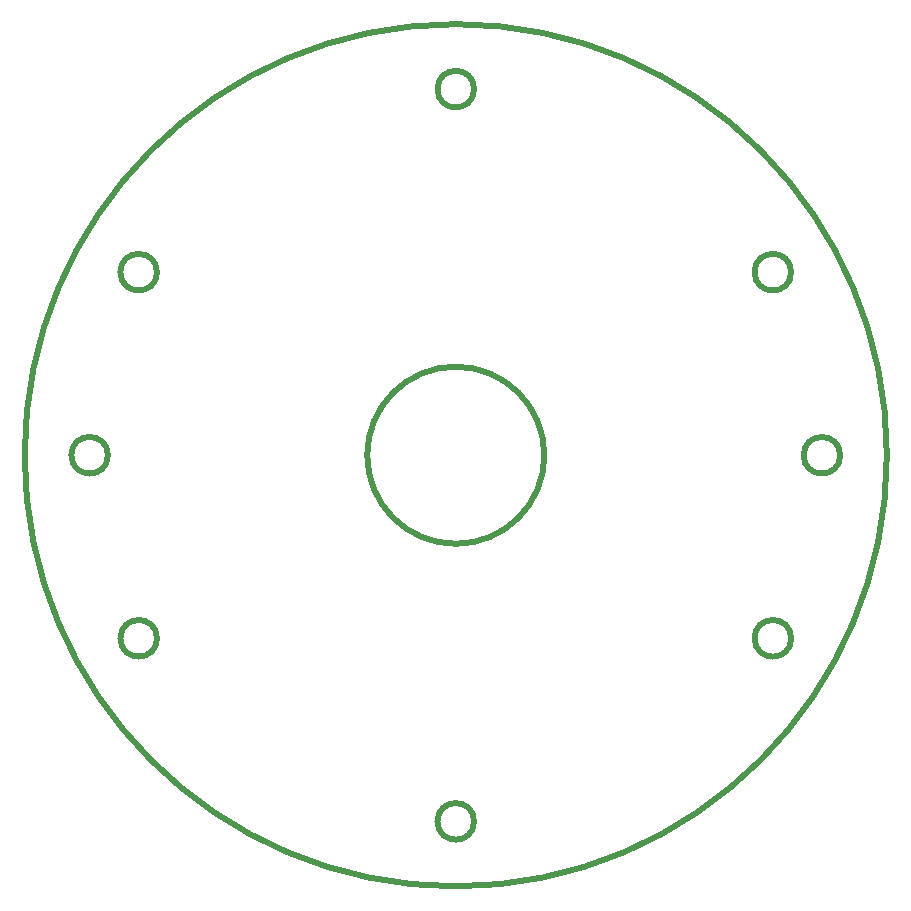
<source format=gbr>
%TF.GenerationSoftware,KiCad,Pcbnew,8.0.1*%
%TF.CreationDate,2024-04-16T09:43:11+08:00*%
%TF.ProjectId,tsa,7473612e-6b69-4636-9164-5f7063625858,rev?*%
%TF.SameCoordinates,Original*%
%TF.FileFunction,Profile,NP*%
%FSLAX46Y46*%
G04 Gerber Fmt 4.6, Leading zero omitted, Abs format (unit mm)*
G04 Created by KiCad (PCBNEW 8.0.1) date 2024-04-16 09:43:11*
%MOMM*%
%LPD*%
G01*
G04 APERTURE LIST*
%TA.AperFunction,Profile*%
%ADD10C,0.500000*%
%TD*%
G04 APERTURE END LIST*
D10*
X32550000Y0D02*
G75*
G02*
X29450000Y0I-1550000J0D01*
G01*
X29450000Y0D02*
G75*
G02*
X32550000Y0I1550000J0D01*
G01*
X36500000Y0D02*
G75*
G02*
X-36500000Y0I-36500000J0D01*
G01*
X-36500000Y0D02*
G75*
G02*
X36500000Y0I36500000J0D01*
G01*
X28396788Y15500000D02*
G75*
G02*
X25296788Y15500000I-1550000J0D01*
G01*
X25296788Y15500000D02*
G75*
G02*
X28396788Y15500000I1550000J0D01*
G01*
X28396788Y-15500000D02*
G75*
G02*
X25296788Y-15500000I-1550000J0D01*
G01*
X25296788Y-15500000D02*
G75*
G02*
X28396788Y-15500000I1550000J0D01*
G01*
X1550000Y31000000D02*
G75*
G02*
X-1550000Y31000000I-1550000J0D01*
G01*
X-1550000Y31000000D02*
G75*
G02*
X1550000Y31000000I1550000J0D01*
G01*
X7500000Y0D02*
G75*
G02*
X-7500000Y0I-7500000J0D01*
G01*
X-7500000Y0D02*
G75*
G02*
X7500000Y0I7500000J0D01*
G01*
X-29450000Y0D02*
G75*
G02*
X-32550000Y0I-1550000J0D01*
G01*
X-32550000Y0D02*
G75*
G02*
X-29450000Y0I1550000J0D01*
G01*
X1550000Y-31000000D02*
G75*
G02*
X-1550000Y-31000000I-1550000J0D01*
G01*
X-1550000Y-31000000D02*
G75*
G02*
X1550000Y-31000000I1550000J0D01*
G01*
X-25296787Y-15500000D02*
G75*
G02*
X-28396787Y-15500000I-1550000J0D01*
G01*
X-28396787Y-15500000D02*
G75*
G02*
X-25296787Y-15500000I1550000J0D01*
G01*
X-25296787Y15500000D02*
G75*
G02*
X-28396787Y15500000I-1550000J0D01*
G01*
X-28396787Y15500000D02*
G75*
G02*
X-25296787Y15500000I1550000J0D01*
G01*
M02*

</source>
